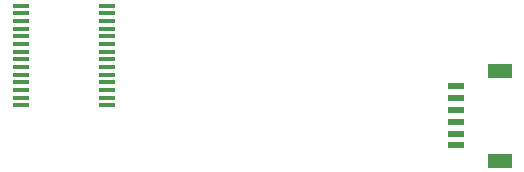
<source format=gtp>
G75*
G70*
%OFA0B0*%
%FSLAX24Y24*%
%IPPOS*%
%LPD*%
%AMOC8*
5,1,8,0,0,1.08239X$1,22.5*
%
%ADD10R,0.0550X0.0137*%
%ADD11R,0.0531X0.0236*%
%ADD12R,0.0787X0.0472*%
D10*
X015615Y004998D03*
X015615Y005254D03*
X015615Y005510D03*
X015615Y005766D03*
X015615Y006021D03*
X015615Y006277D03*
X015615Y006533D03*
X015615Y006789D03*
X015615Y007045D03*
X015615Y007301D03*
X015615Y007557D03*
X015615Y007813D03*
X015615Y008069D03*
X015615Y008325D03*
X018494Y008325D03*
X018494Y008069D03*
X018494Y007813D03*
X018494Y007557D03*
X018494Y007301D03*
X018494Y007045D03*
X018494Y006789D03*
X018494Y006533D03*
X018494Y006277D03*
X018494Y006021D03*
X018494Y005766D03*
X018494Y005510D03*
X018494Y005254D03*
X018494Y004998D03*
D11*
X030129Y004842D03*
X030129Y004449D03*
X030129Y004055D03*
X030129Y003661D03*
X030129Y005236D03*
X030129Y005630D03*
D12*
X031586Y006142D03*
X031586Y003149D03*
M02*

</source>
